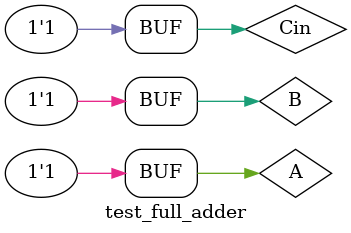
<source format=v>
`timescale 1ns / 1ps

module test_full_adder;
	
	reg A;
	reg B;
	reg Cin; 
	
	wire S;
	wire Cout;
	
	full_adder uut (
		.A(A),
		.B(B),
		.Cin(Cin),
		.S(S),
		.Cout(Cout)
	);
	
	initial begin
		//initialize inputs 000 case
		A = 1'b0;
		B = 1'b0;
		Cin = 1'b0;
		
		//wait for global reset 001 case
		#10
		A = 1'b0;
		B = 1'b0;
		Cin = 1'b1;
		
		//wait for global reset 010 case
		#10
		A = 1'b0;
		B = 1'b1;
		Cin = 1'b0;
		
		//wait for global reset 011 case
		#10
		A = 1'b0;
		B = 1'b1;
		Cin = 1'b1;
		
		//wait for global reset 100 case
		#10
		A = 1'b1;
		B = 1'b0;
		Cin = 1'b0;
		
		//wait for global reset 101 case
		#10
		A = 1'b1;
		B = 1'b0;
		Cin = 1'b1;
		
		//wait for global reset 110 case
		#10
		A = 1'b1;
		B = 1'b1;
		Cin = 1'b0;
		
		//wait for global reset 111 case
		#10
		A = 1'b1;
		B = 1'b1;
		Cin = 1'b1;
		
		end 
		
		endmodule 
</source>
